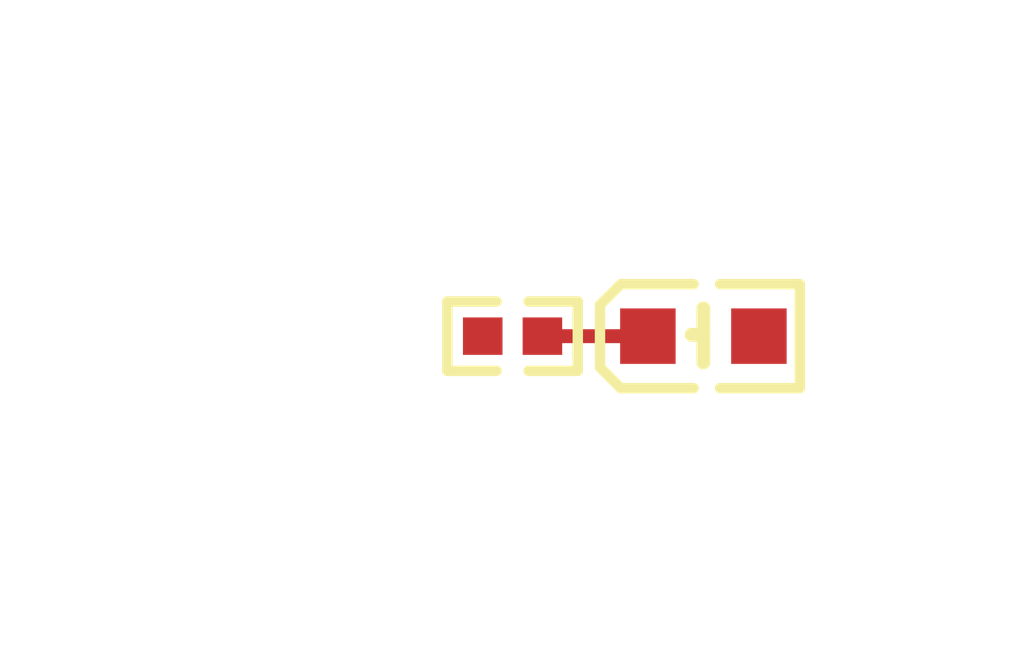
<source format=kicad_pcb>
(kicad_pcb (version 20241229) (generator "pcbnew") (generator_version "9.0")
  (layers (0 "F.Cu" signal) (2 "B.Cu" signal) (13 "F.Paste" user) (15 "B.Paste" user) (5 "F.SilkS" user "F.Silkscreen") (7 "B.SilkS" user "B.Silkscreen") (1 "F.Mask" user) (3 "B.Mask" user) (25 "Edge.Cuts" user))
  (net 0 "")
  (net 1 "anode")
  (net 2 "cathode")
  (net 3 "gnd")
  (footprint "Hubei_KENTO_Elec_KT_0603W:LED0603-R-RD_WHITE" (layer "F.Cu") (at 0 0 0)
    (property "Reference" "U1" (hide yes))
    (property "Value" "2.85V")
    (fp_line (start 0 0.38) (end 0 -0.4) (stroke (width 0.2)) (layer "F.SilkS"))
    (fp_line (start -0.14 -0.75) (end -1.19 -0.75) (stroke (width 0.15)) (layer "F.SilkS"))
    (fp_line (start -1.49 -0.35) (end -1.49 -0.45) (stroke (width 0.15)) (layer "F.SilkS"))
    (fp_line (start -1.49 -0.45) (end -1.19 -0.75) (stroke (width 0.15)) (layer "F.SilkS"))
    (fp_line (start -1.49 -0.35) (end -1.49 0.35) (stroke (width 0.15)) (layer "F.SilkS"))
    (fp_line (start -1.49 0.35) (end -1.49 0.45) (stroke (width 0.15)) (layer "F.SilkS"))
    (fp_line (start -1.49 0.45) (end -1.19 0.75) (stroke (width 0.15)) (layer "F.SilkS"))
    (fp_line (start -0.14 0.75) (end -1.19 0.75) (stroke (width 0.15)) (layer "F.SilkS"))
    (fp_line (start 0.24 0.75) (end 1.39 0.75) (stroke (width 0.15)) (layer "F.SilkS"))
    (fp_line (start 1.39 -0.75) (end 1.39 0.73) (stroke (width 0.15)) (layer "F.SilkS"))
    (fp_line (start 0.24 -0.75) (end 1.39 -0.75) (stroke (width 0.15)) (layer "F.SilkS"))
    (fp_line (start 0 -0.02) (end -0.17 -0.02) (stroke (width 0.2)) (layer "F.SilkS"))
    (pad "2" smd rect (at -0.8 0 90) (size 0.8 0.8) (layers "F.Cu" "F.Paste" "F.Mask") (net 2 "cathode"))
    (pad "1" smd rect (at 0.8 0 90) (size 0.8 0.8) (layers "F.Cu" "F.Paste" "F.Mask") (net 1 "anode"))
  )
  (footprint "UNI_ROYAL_0402WGF1002TCE:R0402" (layer "F.Cu") (at -2.75 0 180)
    (property "Reference" "R1" (hide yes))
    (property "Value" "10kΩ ±1% 62.5mW")
    (fp_line (start 0.94 0.5) (end 0.94 -0.5) (stroke (width 0.15)) (layer "F.SilkS"))
    (fp_line (start 0.94 -0.5) (end 0.23 -0.5) (stroke (width 0.15)) (layer "F.SilkS"))
    (fp_line (start 0.23 0.5) (end 0.94 0.5) (stroke (width 0.15)) (layer "F.SilkS"))
    (fp_line (start -0.23 0.5) (end -0.94 0.5) (stroke (width 0.15)) (layer "F.SilkS"))
    (fp_line (start -0.94 0.5) (end -0.94 -0.5) (stroke (width 0.15)) (layer "F.SilkS"))
    (fp_line (start -0.94 -0.5) (end -0.23 -0.5) (stroke (width 0.15)) (layer "F.SilkS"))
    (pad "1" smd rect (at -0.43 0 180) (size 0.57 0.54) (layers "F.Cu" "F.Mask" "F.Paste") (net 2 "cathode"))
    (pad "2" smd rect (at 0.43 0 180) (size 0.57 0.54) (layers "F.Cu" "F.Mask" "F.Paste") (net 3 "gnd"))
  )
  (segment (start -2.32 0) (end -0.8 0) (width 0.2) (net 2) (layer "F.Cu"))
)
</source>
